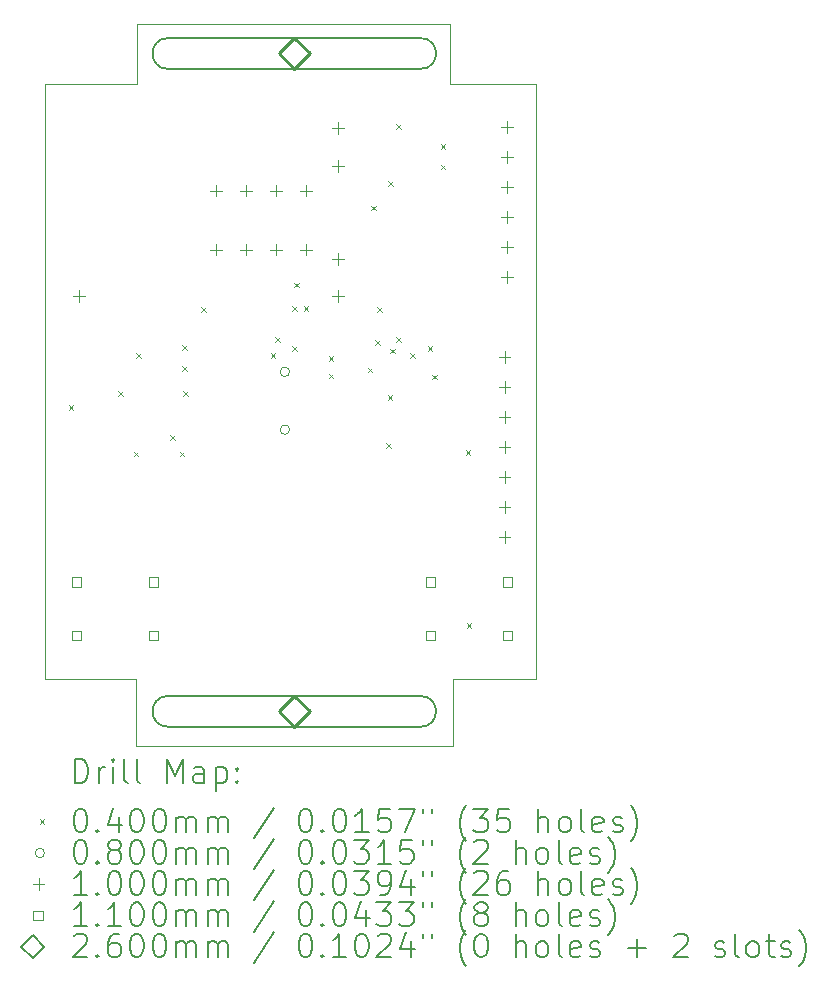
<source format=gbr>
%FSLAX45Y45*%
G04 Gerber Fmt 4.5, Leading zero omitted, Abs format (unit mm)*
G04 Created by KiCad (PCBNEW (6.0.6)) date 2022-10-28 21:49:40*
%MOMM*%
%LPD*%
G01*
G04 APERTURE LIST*
%TA.AperFunction,Profile*%
%ADD10C,0.100000*%
%TD*%
%ADD11C,0.200000*%
%ADD12C,0.040000*%
%ADD13C,0.080000*%
%ADD14C,0.100000*%
%ADD15C,0.110000*%
%ADD16C,0.260000*%
G04 APERTURE END LIST*
D10*
X22610000Y-2730000D02*
X22610000Y-7770000D01*
X21880000Y-2730000D02*
X22610000Y-2730000D01*
X21880000Y-2220000D02*
X21880000Y-2730000D01*
X19230000Y-2220000D02*
X21880000Y-2220000D01*
X19230000Y-2730000D02*
X19230000Y-2220000D01*
X18450000Y-2730000D02*
X19230000Y-2730000D01*
X18450000Y-7770000D02*
X18450000Y-2730000D01*
X19220000Y-7770000D02*
X18450000Y-7770000D01*
X19220000Y-8330000D02*
X19220000Y-7770000D01*
X21900000Y-8330000D02*
X19220000Y-8330000D01*
X21900000Y-7770000D02*
X21900000Y-8330000D01*
X22610000Y-7770000D02*
X21900000Y-7770000D01*
D11*
D12*
X18650000Y-5450000D02*
X18690000Y-5490000D01*
X18690000Y-5450000D02*
X18650000Y-5490000D01*
X19070000Y-5330000D02*
X19110000Y-5370000D01*
X19110000Y-5330000D02*
X19070000Y-5370000D01*
X19200000Y-5840000D02*
X19240000Y-5880000D01*
X19240000Y-5840000D02*
X19200000Y-5880000D01*
X19220000Y-5010000D02*
X19260000Y-5050000D01*
X19260000Y-5010000D02*
X19220000Y-5050000D01*
X19510000Y-5700000D02*
X19550000Y-5740000D01*
X19550000Y-5700000D02*
X19510000Y-5740000D01*
X19590000Y-5840000D02*
X19630000Y-5880000D01*
X19630000Y-5840000D02*
X19590000Y-5880000D01*
X19610000Y-4940000D02*
X19650000Y-4980000D01*
X19650000Y-4940000D02*
X19610000Y-4980000D01*
X19610000Y-5120000D02*
X19650000Y-5160000D01*
X19650000Y-5120000D02*
X19610000Y-5160000D01*
X19620000Y-5330000D02*
X19660000Y-5370000D01*
X19660000Y-5330000D02*
X19620000Y-5370000D01*
X19770000Y-4620000D02*
X19810000Y-4660000D01*
X19810000Y-4620000D02*
X19770000Y-4660000D01*
X20360000Y-5010000D02*
X20400000Y-5050000D01*
X20400000Y-5010000D02*
X20360000Y-5050000D01*
X20400000Y-4870000D02*
X20440000Y-4910000D01*
X20440000Y-4870000D02*
X20400000Y-4910000D01*
X20540000Y-4610000D02*
X20580000Y-4650000D01*
X20580000Y-4610000D02*
X20540000Y-4650000D01*
X20540000Y-4950000D02*
X20580000Y-4990000D01*
X20580000Y-4950000D02*
X20540000Y-4990000D01*
X20560000Y-4410000D02*
X20600000Y-4450000D01*
X20600000Y-4410000D02*
X20560000Y-4450000D01*
X20640000Y-4610000D02*
X20680000Y-4650000D01*
X20680000Y-4610000D02*
X20640000Y-4650000D01*
X20850000Y-5030000D02*
X20890000Y-5070000D01*
X20890000Y-5030000D02*
X20850000Y-5070000D01*
X20850000Y-5180000D02*
X20890000Y-5220000D01*
X20890000Y-5180000D02*
X20850000Y-5220000D01*
X21180000Y-5130000D02*
X21220000Y-5170000D01*
X21220000Y-5130000D02*
X21180000Y-5170000D01*
X21211096Y-3758904D02*
X21251096Y-3798904D01*
X21251096Y-3758904D02*
X21211096Y-3798904D01*
X21242721Y-4899247D02*
X21282721Y-4939247D01*
X21282721Y-4899247D02*
X21242721Y-4939247D01*
X21260000Y-4615190D02*
X21300000Y-4655190D01*
X21300000Y-4615190D02*
X21260000Y-4655190D01*
X21340000Y-5770000D02*
X21380000Y-5810000D01*
X21380000Y-5770000D02*
X21340000Y-5810000D01*
X21350000Y-5360430D02*
X21390000Y-5400430D01*
X21390000Y-5360430D02*
X21350000Y-5400430D01*
X21354810Y-3550000D02*
X21394810Y-3590000D01*
X21394810Y-3550000D02*
X21354810Y-3590000D01*
X21370000Y-4970000D02*
X21410000Y-5010000D01*
X21410000Y-4970000D02*
X21370000Y-5010000D01*
X21420000Y-3070000D02*
X21460000Y-3110000D01*
X21460000Y-3070000D02*
X21420000Y-3110000D01*
X21420000Y-4870000D02*
X21460000Y-4910000D01*
X21460000Y-4870000D02*
X21420000Y-4910000D01*
X21540000Y-5010000D02*
X21580000Y-5050000D01*
X21580000Y-5010000D02*
X21540000Y-5050000D01*
X21690000Y-4950000D02*
X21730000Y-4990000D01*
X21730000Y-4950000D02*
X21690000Y-4990000D01*
X21730000Y-5190000D02*
X21770000Y-5230000D01*
X21770000Y-5190000D02*
X21730000Y-5230000D01*
X21800000Y-3240000D02*
X21840000Y-3280000D01*
X21840000Y-3240000D02*
X21800000Y-3280000D01*
X21800000Y-3410000D02*
X21840000Y-3450000D01*
X21840000Y-3410000D02*
X21800000Y-3450000D01*
X22010000Y-5830000D02*
X22050000Y-5870000D01*
X22050000Y-5830000D02*
X22010000Y-5870000D01*
X22020000Y-7290000D02*
X22060000Y-7330000D01*
X22060000Y-7290000D02*
X22020000Y-7330000D01*
D13*
X20520000Y-5165000D02*
G75*
G03*
X20520000Y-5165000I-40000J0D01*
G01*
X20520000Y-5655000D02*
G75*
G03*
X20520000Y-5655000I-40000J0D01*
G01*
D14*
X18740000Y-4470000D02*
X18740000Y-4570000D01*
X18690000Y-4520000D02*
X18790000Y-4520000D01*
X19900000Y-3580000D02*
X19900000Y-3680000D01*
X19850000Y-3630000D02*
X19950000Y-3630000D01*
X19900000Y-4080000D02*
X19900000Y-4180000D01*
X19850000Y-4130000D02*
X19950000Y-4130000D01*
X20154000Y-3580000D02*
X20154000Y-3680000D01*
X20104000Y-3630000D02*
X20204000Y-3630000D01*
X20154000Y-4080000D02*
X20154000Y-4180000D01*
X20104000Y-4130000D02*
X20204000Y-4130000D01*
X20408000Y-3580000D02*
X20408000Y-3680000D01*
X20358000Y-3630000D02*
X20458000Y-3630000D01*
X20408000Y-4080000D02*
X20408000Y-4180000D01*
X20358000Y-4130000D02*
X20458000Y-4130000D01*
X20662000Y-3580000D02*
X20662000Y-3680000D01*
X20612000Y-3630000D02*
X20712000Y-3630000D01*
X20662000Y-4080000D02*
X20662000Y-4180000D01*
X20612000Y-4130000D02*
X20712000Y-4130000D01*
X20930000Y-3050000D02*
X20930000Y-3150000D01*
X20880000Y-3100000D02*
X20980000Y-3100000D01*
X20930000Y-3370000D02*
X20930000Y-3470000D01*
X20880000Y-3420000D02*
X20980000Y-3420000D01*
X20930000Y-4160000D02*
X20930000Y-4260000D01*
X20880000Y-4210000D02*
X20980000Y-4210000D01*
X20930000Y-4470000D02*
X20930000Y-4570000D01*
X20880000Y-4520000D02*
X20980000Y-4520000D01*
X22340000Y-4990000D02*
X22340000Y-5090000D01*
X22290000Y-5040000D02*
X22390000Y-5040000D01*
X22340000Y-5244000D02*
X22340000Y-5344000D01*
X22290000Y-5294000D02*
X22390000Y-5294000D01*
X22340000Y-5498000D02*
X22340000Y-5598000D01*
X22290000Y-5548000D02*
X22390000Y-5548000D01*
X22340000Y-5752000D02*
X22340000Y-5852000D01*
X22290000Y-5802000D02*
X22390000Y-5802000D01*
X22340000Y-6006000D02*
X22340000Y-6106000D01*
X22290000Y-6056000D02*
X22390000Y-6056000D01*
X22340000Y-6260000D02*
X22340000Y-6360000D01*
X22290000Y-6310000D02*
X22390000Y-6310000D01*
X22340000Y-6514000D02*
X22340000Y-6614000D01*
X22290000Y-6564000D02*
X22390000Y-6564000D01*
X22360000Y-3045000D02*
X22360000Y-3145000D01*
X22310000Y-3095000D02*
X22410000Y-3095000D01*
X22360000Y-3299000D02*
X22360000Y-3399000D01*
X22310000Y-3349000D02*
X22410000Y-3349000D01*
X22360000Y-3553000D02*
X22360000Y-3653000D01*
X22310000Y-3603000D02*
X22410000Y-3603000D01*
X22360000Y-3807000D02*
X22360000Y-3907000D01*
X22310000Y-3857000D02*
X22410000Y-3857000D01*
X22360000Y-4061000D02*
X22360000Y-4161000D01*
X22310000Y-4111000D02*
X22410000Y-4111000D01*
X22360000Y-4315000D02*
X22360000Y-4415000D01*
X22310000Y-4365000D02*
X22410000Y-4365000D01*
D15*
X18753891Y-6983891D02*
X18753891Y-6906109D01*
X18676109Y-6906109D01*
X18676109Y-6983891D01*
X18753891Y-6983891D01*
X18753891Y-7433891D02*
X18753891Y-7356109D01*
X18676109Y-7356109D01*
X18676109Y-7433891D01*
X18753891Y-7433891D01*
X19403891Y-6983891D02*
X19403891Y-6906109D01*
X19326109Y-6906109D01*
X19326109Y-6983891D01*
X19403891Y-6983891D01*
X19403891Y-7433891D02*
X19403891Y-7356109D01*
X19326109Y-7356109D01*
X19326109Y-7433891D01*
X19403891Y-7433891D01*
X21753891Y-6983891D02*
X21753891Y-6906109D01*
X21676109Y-6906109D01*
X21676109Y-6983891D01*
X21753891Y-6983891D01*
X21753891Y-7433891D02*
X21753891Y-7356109D01*
X21676109Y-7356109D01*
X21676109Y-7433891D01*
X21753891Y-7433891D01*
X22403891Y-6983891D02*
X22403891Y-6906109D01*
X22326109Y-6906109D01*
X22326109Y-6983891D01*
X22403891Y-6983891D01*
X22403891Y-7433891D02*
X22403891Y-7356109D01*
X22326109Y-7356109D01*
X22326109Y-7433891D01*
X22403891Y-7433891D01*
D16*
X20560000Y-2600000D02*
X20690000Y-2470000D01*
X20560000Y-2340000D01*
X20430000Y-2470000D01*
X20560000Y-2600000D01*
D11*
X19490000Y-2600000D02*
X21630000Y-2600000D01*
X19490000Y-2340000D02*
X21630000Y-2340000D01*
X21630000Y-2600000D02*
G75*
G03*
X21630000Y-2340000I0J130000D01*
G01*
X19490000Y-2340000D02*
G75*
G03*
X19490000Y-2600000I0J-130000D01*
G01*
D16*
X20560000Y-8170000D02*
X20690000Y-8040000D01*
X20560000Y-7910000D01*
X20430000Y-8040000D01*
X20560000Y-8170000D01*
D11*
X19490000Y-8170000D02*
X21630000Y-8170000D01*
X19490000Y-7910000D02*
X21630000Y-7910000D01*
X21630000Y-8170000D02*
G75*
G03*
X21630000Y-7910000I0J130000D01*
G01*
X19490000Y-7910000D02*
G75*
G03*
X19490000Y-8170000I0J-130000D01*
G01*
X18702619Y-8645476D02*
X18702619Y-8445476D01*
X18750238Y-8445476D01*
X18778810Y-8455000D01*
X18797857Y-8474048D01*
X18807381Y-8493095D01*
X18816905Y-8531190D01*
X18816905Y-8559762D01*
X18807381Y-8597857D01*
X18797857Y-8616905D01*
X18778810Y-8635952D01*
X18750238Y-8645476D01*
X18702619Y-8645476D01*
X18902619Y-8645476D02*
X18902619Y-8512143D01*
X18902619Y-8550238D02*
X18912143Y-8531190D01*
X18921667Y-8521667D01*
X18940714Y-8512143D01*
X18959762Y-8512143D01*
X19026429Y-8645476D02*
X19026429Y-8512143D01*
X19026429Y-8445476D02*
X19016905Y-8455000D01*
X19026429Y-8464524D01*
X19035952Y-8455000D01*
X19026429Y-8445476D01*
X19026429Y-8464524D01*
X19150238Y-8645476D02*
X19131190Y-8635952D01*
X19121667Y-8616905D01*
X19121667Y-8445476D01*
X19255000Y-8645476D02*
X19235952Y-8635952D01*
X19226429Y-8616905D01*
X19226429Y-8445476D01*
X19483571Y-8645476D02*
X19483571Y-8445476D01*
X19550238Y-8588333D01*
X19616905Y-8445476D01*
X19616905Y-8645476D01*
X19797857Y-8645476D02*
X19797857Y-8540714D01*
X19788333Y-8521667D01*
X19769286Y-8512143D01*
X19731190Y-8512143D01*
X19712143Y-8521667D01*
X19797857Y-8635952D02*
X19778810Y-8645476D01*
X19731190Y-8645476D01*
X19712143Y-8635952D01*
X19702619Y-8616905D01*
X19702619Y-8597857D01*
X19712143Y-8578810D01*
X19731190Y-8569286D01*
X19778810Y-8569286D01*
X19797857Y-8559762D01*
X19893095Y-8512143D02*
X19893095Y-8712143D01*
X19893095Y-8521667D02*
X19912143Y-8512143D01*
X19950238Y-8512143D01*
X19969286Y-8521667D01*
X19978810Y-8531190D01*
X19988333Y-8550238D01*
X19988333Y-8607381D01*
X19978810Y-8626429D01*
X19969286Y-8635952D01*
X19950238Y-8645476D01*
X19912143Y-8645476D01*
X19893095Y-8635952D01*
X20074048Y-8626429D02*
X20083571Y-8635952D01*
X20074048Y-8645476D01*
X20064524Y-8635952D01*
X20074048Y-8626429D01*
X20074048Y-8645476D01*
X20074048Y-8521667D02*
X20083571Y-8531190D01*
X20074048Y-8540714D01*
X20064524Y-8531190D01*
X20074048Y-8521667D01*
X20074048Y-8540714D01*
D12*
X18405000Y-8955000D02*
X18445000Y-8995000D01*
X18445000Y-8955000D02*
X18405000Y-8995000D01*
D11*
X18740714Y-8865476D02*
X18759762Y-8865476D01*
X18778810Y-8875000D01*
X18788333Y-8884524D01*
X18797857Y-8903571D01*
X18807381Y-8941667D01*
X18807381Y-8989286D01*
X18797857Y-9027381D01*
X18788333Y-9046429D01*
X18778810Y-9055952D01*
X18759762Y-9065476D01*
X18740714Y-9065476D01*
X18721667Y-9055952D01*
X18712143Y-9046429D01*
X18702619Y-9027381D01*
X18693095Y-8989286D01*
X18693095Y-8941667D01*
X18702619Y-8903571D01*
X18712143Y-8884524D01*
X18721667Y-8875000D01*
X18740714Y-8865476D01*
X18893095Y-9046429D02*
X18902619Y-9055952D01*
X18893095Y-9065476D01*
X18883571Y-9055952D01*
X18893095Y-9046429D01*
X18893095Y-9065476D01*
X19074048Y-8932143D02*
X19074048Y-9065476D01*
X19026429Y-8855952D02*
X18978810Y-8998810D01*
X19102619Y-8998810D01*
X19216905Y-8865476D02*
X19235952Y-8865476D01*
X19255000Y-8875000D01*
X19264524Y-8884524D01*
X19274048Y-8903571D01*
X19283571Y-8941667D01*
X19283571Y-8989286D01*
X19274048Y-9027381D01*
X19264524Y-9046429D01*
X19255000Y-9055952D01*
X19235952Y-9065476D01*
X19216905Y-9065476D01*
X19197857Y-9055952D01*
X19188333Y-9046429D01*
X19178810Y-9027381D01*
X19169286Y-8989286D01*
X19169286Y-8941667D01*
X19178810Y-8903571D01*
X19188333Y-8884524D01*
X19197857Y-8875000D01*
X19216905Y-8865476D01*
X19407381Y-8865476D02*
X19426429Y-8865476D01*
X19445476Y-8875000D01*
X19455000Y-8884524D01*
X19464524Y-8903571D01*
X19474048Y-8941667D01*
X19474048Y-8989286D01*
X19464524Y-9027381D01*
X19455000Y-9046429D01*
X19445476Y-9055952D01*
X19426429Y-9065476D01*
X19407381Y-9065476D01*
X19388333Y-9055952D01*
X19378810Y-9046429D01*
X19369286Y-9027381D01*
X19359762Y-8989286D01*
X19359762Y-8941667D01*
X19369286Y-8903571D01*
X19378810Y-8884524D01*
X19388333Y-8875000D01*
X19407381Y-8865476D01*
X19559762Y-9065476D02*
X19559762Y-8932143D01*
X19559762Y-8951190D02*
X19569286Y-8941667D01*
X19588333Y-8932143D01*
X19616905Y-8932143D01*
X19635952Y-8941667D01*
X19645476Y-8960714D01*
X19645476Y-9065476D01*
X19645476Y-8960714D02*
X19655000Y-8941667D01*
X19674048Y-8932143D01*
X19702619Y-8932143D01*
X19721667Y-8941667D01*
X19731190Y-8960714D01*
X19731190Y-9065476D01*
X19826429Y-9065476D02*
X19826429Y-8932143D01*
X19826429Y-8951190D02*
X19835952Y-8941667D01*
X19855000Y-8932143D01*
X19883571Y-8932143D01*
X19902619Y-8941667D01*
X19912143Y-8960714D01*
X19912143Y-9065476D01*
X19912143Y-8960714D02*
X19921667Y-8941667D01*
X19940714Y-8932143D01*
X19969286Y-8932143D01*
X19988333Y-8941667D01*
X19997857Y-8960714D01*
X19997857Y-9065476D01*
X20388333Y-8855952D02*
X20216905Y-9113095D01*
X20645476Y-8865476D02*
X20664524Y-8865476D01*
X20683571Y-8875000D01*
X20693095Y-8884524D01*
X20702619Y-8903571D01*
X20712143Y-8941667D01*
X20712143Y-8989286D01*
X20702619Y-9027381D01*
X20693095Y-9046429D01*
X20683571Y-9055952D01*
X20664524Y-9065476D01*
X20645476Y-9065476D01*
X20626429Y-9055952D01*
X20616905Y-9046429D01*
X20607381Y-9027381D01*
X20597857Y-8989286D01*
X20597857Y-8941667D01*
X20607381Y-8903571D01*
X20616905Y-8884524D01*
X20626429Y-8875000D01*
X20645476Y-8865476D01*
X20797857Y-9046429D02*
X20807381Y-9055952D01*
X20797857Y-9065476D01*
X20788333Y-9055952D01*
X20797857Y-9046429D01*
X20797857Y-9065476D01*
X20931190Y-8865476D02*
X20950238Y-8865476D01*
X20969286Y-8875000D01*
X20978810Y-8884524D01*
X20988333Y-8903571D01*
X20997857Y-8941667D01*
X20997857Y-8989286D01*
X20988333Y-9027381D01*
X20978810Y-9046429D01*
X20969286Y-9055952D01*
X20950238Y-9065476D01*
X20931190Y-9065476D01*
X20912143Y-9055952D01*
X20902619Y-9046429D01*
X20893095Y-9027381D01*
X20883571Y-8989286D01*
X20883571Y-8941667D01*
X20893095Y-8903571D01*
X20902619Y-8884524D01*
X20912143Y-8875000D01*
X20931190Y-8865476D01*
X21188333Y-9065476D02*
X21074048Y-9065476D01*
X21131190Y-9065476D02*
X21131190Y-8865476D01*
X21112143Y-8894048D01*
X21093095Y-8913095D01*
X21074048Y-8922619D01*
X21369286Y-8865476D02*
X21274048Y-8865476D01*
X21264524Y-8960714D01*
X21274048Y-8951190D01*
X21293095Y-8941667D01*
X21340714Y-8941667D01*
X21359762Y-8951190D01*
X21369286Y-8960714D01*
X21378810Y-8979762D01*
X21378810Y-9027381D01*
X21369286Y-9046429D01*
X21359762Y-9055952D01*
X21340714Y-9065476D01*
X21293095Y-9065476D01*
X21274048Y-9055952D01*
X21264524Y-9046429D01*
X21445476Y-8865476D02*
X21578810Y-8865476D01*
X21493095Y-9065476D01*
X21645476Y-8865476D02*
X21645476Y-8903571D01*
X21721667Y-8865476D02*
X21721667Y-8903571D01*
X22016905Y-9141667D02*
X22007381Y-9132143D01*
X21988333Y-9103571D01*
X21978810Y-9084524D01*
X21969286Y-9055952D01*
X21959762Y-9008333D01*
X21959762Y-8970238D01*
X21969286Y-8922619D01*
X21978810Y-8894048D01*
X21988333Y-8875000D01*
X22007381Y-8846429D01*
X22016905Y-8836905D01*
X22074048Y-8865476D02*
X22197857Y-8865476D01*
X22131190Y-8941667D01*
X22159762Y-8941667D01*
X22178810Y-8951190D01*
X22188333Y-8960714D01*
X22197857Y-8979762D01*
X22197857Y-9027381D01*
X22188333Y-9046429D01*
X22178810Y-9055952D01*
X22159762Y-9065476D01*
X22102619Y-9065476D01*
X22083571Y-9055952D01*
X22074048Y-9046429D01*
X22378809Y-8865476D02*
X22283571Y-8865476D01*
X22274048Y-8960714D01*
X22283571Y-8951190D01*
X22302619Y-8941667D01*
X22350238Y-8941667D01*
X22369286Y-8951190D01*
X22378809Y-8960714D01*
X22388333Y-8979762D01*
X22388333Y-9027381D01*
X22378809Y-9046429D01*
X22369286Y-9055952D01*
X22350238Y-9065476D01*
X22302619Y-9065476D01*
X22283571Y-9055952D01*
X22274048Y-9046429D01*
X22626428Y-9065476D02*
X22626428Y-8865476D01*
X22712143Y-9065476D02*
X22712143Y-8960714D01*
X22702619Y-8941667D01*
X22683571Y-8932143D01*
X22655000Y-8932143D01*
X22635952Y-8941667D01*
X22626428Y-8951190D01*
X22835952Y-9065476D02*
X22816905Y-9055952D01*
X22807381Y-9046429D01*
X22797857Y-9027381D01*
X22797857Y-8970238D01*
X22807381Y-8951190D01*
X22816905Y-8941667D01*
X22835952Y-8932143D01*
X22864524Y-8932143D01*
X22883571Y-8941667D01*
X22893095Y-8951190D01*
X22902619Y-8970238D01*
X22902619Y-9027381D01*
X22893095Y-9046429D01*
X22883571Y-9055952D01*
X22864524Y-9065476D01*
X22835952Y-9065476D01*
X23016905Y-9065476D02*
X22997857Y-9055952D01*
X22988333Y-9036905D01*
X22988333Y-8865476D01*
X23169286Y-9055952D02*
X23150238Y-9065476D01*
X23112143Y-9065476D01*
X23093095Y-9055952D01*
X23083571Y-9036905D01*
X23083571Y-8960714D01*
X23093095Y-8941667D01*
X23112143Y-8932143D01*
X23150238Y-8932143D01*
X23169286Y-8941667D01*
X23178809Y-8960714D01*
X23178809Y-8979762D01*
X23083571Y-8998810D01*
X23255000Y-9055952D02*
X23274048Y-9065476D01*
X23312143Y-9065476D01*
X23331190Y-9055952D01*
X23340714Y-9036905D01*
X23340714Y-9027381D01*
X23331190Y-9008333D01*
X23312143Y-8998810D01*
X23283571Y-8998810D01*
X23264524Y-8989286D01*
X23255000Y-8970238D01*
X23255000Y-8960714D01*
X23264524Y-8941667D01*
X23283571Y-8932143D01*
X23312143Y-8932143D01*
X23331190Y-8941667D01*
X23407381Y-9141667D02*
X23416905Y-9132143D01*
X23435952Y-9103571D01*
X23445476Y-9084524D01*
X23455000Y-9055952D01*
X23464524Y-9008333D01*
X23464524Y-8970238D01*
X23455000Y-8922619D01*
X23445476Y-8894048D01*
X23435952Y-8875000D01*
X23416905Y-8846429D01*
X23407381Y-8836905D01*
D13*
X18445000Y-9239000D02*
G75*
G03*
X18445000Y-9239000I-40000J0D01*
G01*
D11*
X18740714Y-9129476D02*
X18759762Y-9129476D01*
X18778810Y-9139000D01*
X18788333Y-9148524D01*
X18797857Y-9167571D01*
X18807381Y-9205667D01*
X18807381Y-9253286D01*
X18797857Y-9291381D01*
X18788333Y-9310429D01*
X18778810Y-9319952D01*
X18759762Y-9329476D01*
X18740714Y-9329476D01*
X18721667Y-9319952D01*
X18712143Y-9310429D01*
X18702619Y-9291381D01*
X18693095Y-9253286D01*
X18693095Y-9205667D01*
X18702619Y-9167571D01*
X18712143Y-9148524D01*
X18721667Y-9139000D01*
X18740714Y-9129476D01*
X18893095Y-9310429D02*
X18902619Y-9319952D01*
X18893095Y-9329476D01*
X18883571Y-9319952D01*
X18893095Y-9310429D01*
X18893095Y-9329476D01*
X19016905Y-9215190D02*
X18997857Y-9205667D01*
X18988333Y-9196143D01*
X18978810Y-9177095D01*
X18978810Y-9167571D01*
X18988333Y-9148524D01*
X18997857Y-9139000D01*
X19016905Y-9129476D01*
X19055000Y-9129476D01*
X19074048Y-9139000D01*
X19083571Y-9148524D01*
X19093095Y-9167571D01*
X19093095Y-9177095D01*
X19083571Y-9196143D01*
X19074048Y-9205667D01*
X19055000Y-9215190D01*
X19016905Y-9215190D01*
X18997857Y-9224714D01*
X18988333Y-9234238D01*
X18978810Y-9253286D01*
X18978810Y-9291381D01*
X18988333Y-9310429D01*
X18997857Y-9319952D01*
X19016905Y-9329476D01*
X19055000Y-9329476D01*
X19074048Y-9319952D01*
X19083571Y-9310429D01*
X19093095Y-9291381D01*
X19093095Y-9253286D01*
X19083571Y-9234238D01*
X19074048Y-9224714D01*
X19055000Y-9215190D01*
X19216905Y-9129476D02*
X19235952Y-9129476D01*
X19255000Y-9139000D01*
X19264524Y-9148524D01*
X19274048Y-9167571D01*
X19283571Y-9205667D01*
X19283571Y-9253286D01*
X19274048Y-9291381D01*
X19264524Y-9310429D01*
X19255000Y-9319952D01*
X19235952Y-9329476D01*
X19216905Y-9329476D01*
X19197857Y-9319952D01*
X19188333Y-9310429D01*
X19178810Y-9291381D01*
X19169286Y-9253286D01*
X19169286Y-9205667D01*
X19178810Y-9167571D01*
X19188333Y-9148524D01*
X19197857Y-9139000D01*
X19216905Y-9129476D01*
X19407381Y-9129476D02*
X19426429Y-9129476D01*
X19445476Y-9139000D01*
X19455000Y-9148524D01*
X19464524Y-9167571D01*
X19474048Y-9205667D01*
X19474048Y-9253286D01*
X19464524Y-9291381D01*
X19455000Y-9310429D01*
X19445476Y-9319952D01*
X19426429Y-9329476D01*
X19407381Y-9329476D01*
X19388333Y-9319952D01*
X19378810Y-9310429D01*
X19369286Y-9291381D01*
X19359762Y-9253286D01*
X19359762Y-9205667D01*
X19369286Y-9167571D01*
X19378810Y-9148524D01*
X19388333Y-9139000D01*
X19407381Y-9129476D01*
X19559762Y-9329476D02*
X19559762Y-9196143D01*
X19559762Y-9215190D02*
X19569286Y-9205667D01*
X19588333Y-9196143D01*
X19616905Y-9196143D01*
X19635952Y-9205667D01*
X19645476Y-9224714D01*
X19645476Y-9329476D01*
X19645476Y-9224714D02*
X19655000Y-9205667D01*
X19674048Y-9196143D01*
X19702619Y-9196143D01*
X19721667Y-9205667D01*
X19731190Y-9224714D01*
X19731190Y-9329476D01*
X19826429Y-9329476D02*
X19826429Y-9196143D01*
X19826429Y-9215190D02*
X19835952Y-9205667D01*
X19855000Y-9196143D01*
X19883571Y-9196143D01*
X19902619Y-9205667D01*
X19912143Y-9224714D01*
X19912143Y-9329476D01*
X19912143Y-9224714D02*
X19921667Y-9205667D01*
X19940714Y-9196143D01*
X19969286Y-9196143D01*
X19988333Y-9205667D01*
X19997857Y-9224714D01*
X19997857Y-9329476D01*
X20388333Y-9119952D02*
X20216905Y-9377095D01*
X20645476Y-9129476D02*
X20664524Y-9129476D01*
X20683571Y-9139000D01*
X20693095Y-9148524D01*
X20702619Y-9167571D01*
X20712143Y-9205667D01*
X20712143Y-9253286D01*
X20702619Y-9291381D01*
X20693095Y-9310429D01*
X20683571Y-9319952D01*
X20664524Y-9329476D01*
X20645476Y-9329476D01*
X20626429Y-9319952D01*
X20616905Y-9310429D01*
X20607381Y-9291381D01*
X20597857Y-9253286D01*
X20597857Y-9205667D01*
X20607381Y-9167571D01*
X20616905Y-9148524D01*
X20626429Y-9139000D01*
X20645476Y-9129476D01*
X20797857Y-9310429D02*
X20807381Y-9319952D01*
X20797857Y-9329476D01*
X20788333Y-9319952D01*
X20797857Y-9310429D01*
X20797857Y-9329476D01*
X20931190Y-9129476D02*
X20950238Y-9129476D01*
X20969286Y-9139000D01*
X20978810Y-9148524D01*
X20988333Y-9167571D01*
X20997857Y-9205667D01*
X20997857Y-9253286D01*
X20988333Y-9291381D01*
X20978810Y-9310429D01*
X20969286Y-9319952D01*
X20950238Y-9329476D01*
X20931190Y-9329476D01*
X20912143Y-9319952D01*
X20902619Y-9310429D01*
X20893095Y-9291381D01*
X20883571Y-9253286D01*
X20883571Y-9205667D01*
X20893095Y-9167571D01*
X20902619Y-9148524D01*
X20912143Y-9139000D01*
X20931190Y-9129476D01*
X21064524Y-9129476D02*
X21188333Y-9129476D01*
X21121667Y-9205667D01*
X21150238Y-9205667D01*
X21169286Y-9215190D01*
X21178810Y-9224714D01*
X21188333Y-9243762D01*
X21188333Y-9291381D01*
X21178810Y-9310429D01*
X21169286Y-9319952D01*
X21150238Y-9329476D01*
X21093095Y-9329476D01*
X21074048Y-9319952D01*
X21064524Y-9310429D01*
X21378810Y-9329476D02*
X21264524Y-9329476D01*
X21321667Y-9329476D02*
X21321667Y-9129476D01*
X21302619Y-9158048D01*
X21283571Y-9177095D01*
X21264524Y-9186619D01*
X21559762Y-9129476D02*
X21464524Y-9129476D01*
X21455000Y-9224714D01*
X21464524Y-9215190D01*
X21483571Y-9205667D01*
X21531190Y-9205667D01*
X21550238Y-9215190D01*
X21559762Y-9224714D01*
X21569286Y-9243762D01*
X21569286Y-9291381D01*
X21559762Y-9310429D01*
X21550238Y-9319952D01*
X21531190Y-9329476D01*
X21483571Y-9329476D01*
X21464524Y-9319952D01*
X21455000Y-9310429D01*
X21645476Y-9129476D02*
X21645476Y-9167571D01*
X21721667Y-9129476D02*
X21721667Y-9167571D01*
X22016905Y-9405667D02*
X22007381Y-9396143D01*
X21988333Y-9367571D01*
X21978810Y-9348524D01*
X21969286Y-9319952D01*
X21959762Y-9272333D01*
X21959762Y-9234238D01*
X21969286Y-9186619D01*
X21978810Y-9158048D01*
X21988333Y-9139000D01*
X22007381Y-9110429D01*
X22016905Y-9100905D01*
X22083571Y-9148524D02*
X22093095Y-9139000D01*
X22112143Y-9129476D01*
X22159762Y-9129476D01*
X22178810Y-9139000D01*
X22188333Y-9148524D01*
X22197857Y-9167571D01*
X22197857Y-9186619D01*
X22188333Y-9215190D01*
X22074048Y-9329476D01*
X22197857Y-9329476D01*
X22435952Y-9329476D02*
X22435952Y-9129476D01*
X22521667Y-9329476D02*
X22521667Y-9224714D01*
X22512143Y-9205667D01*
X22493095Y-9196143D01*
X22464524Y-9196143D01*
X22445476Y-9205667D01*
X22435952Y-9215190D01*
X22645476Y-9329476D02*
X22626428Y-9319952D01*
X22616905Y-9310429D01*
X22607381Y-9291381D01*
X22607381Y-9234238D01*
X22616905Y-9215190D01*
X22626428Y-9205667D01*
X22645476Y-9196143D01*
X22674048Y-9196143D01*
X22693095Y-9205667D01*
X22702619Y-9215190D01*
X22712143Y-9234238D01*
X22712143Y-9291381D01*
X22702619Y-9310429D01*
X22693095Y-9319952D01*
X22674048Y-9329476D01*
X22645476Y-9329476D01*
X22826428Y-9329476D02*
X22807381Y-9319952D01*
X22797857Y-9300905D01*
X22797857Y-9129476D01*
X22978809Y-9319952D02*
X22959762Y-9329476D01*
X22921667Y-9329476D01*
X22902619Y-9319952D01*
X22893095Y-9300905D01*
X22893095Y-9224714D01*
X22902619Y-9205667D01*
X22921667Y-9196143D01*
X22959762Y-9196143D01*
X22978809Y-9205667D01*
X22988333Y-9224714D01*
X22988333Y-9243762D01*
X22893095Y-9262810D01*
X23064524Y-9319952D02*
X23083571Y-9329476D01*
X23121667Y-9329476D01*
X23140714Y-9319952D01*
X23150238Y-9300905D01*
X23150238Y-9291381D01*
X23140714Y-9272333D01*
X23121667Y-9262810D01*
X23093095Y-9262810D01*
X23074048Y-9253286D01*
X23064524Y-9234238D01*
X23064524Y-9224714D01*
X23074048Y-9205667D01*
X23093095Y-9196143D01*
X23121667Y-9196143D01*
X23140714Y-9205667D01*
X23216905Y-9405667D02*
X23226428Y-9396143D01*
X23245476Y-9367571D01*
X23255000Y-9348524D01*
X23264524Y-9319952D01*
X23274048Y-9272333D01*
X23274048Y-9234238D01*
X23264524Y-9186619D01*
X23255000Y-9158048D01*
X23245476Y-9139000D01*
X23226428Y-9110429D01*
X23216905Y-9100905D01*
D14*
X18395000Y-9453000D02*
X18395000Y-9553000D01*
X18345000Y-9503000D02*
X18445000Y-9503000D01*
D11*
X18807381Y-9593476D02*
X18693095Y-9593476D01*
X18750238Y-9593476D02*
X18750238Y-9393476D01*
X18731190Y-9422048D01*
X18712143Y-9441095D01*
X18693095Y-9450619D01*
X18893095Y-9574429D02*
X18902619Y-9583952D01*
X18893095Y-9593476D01*
X18883571Y-9583952D01*
X18893095Y-9574429D01*
X18893095Y-9593476D01*
X19026429Y-9393476D02*
X19045476Y-9393476D01*
X19064524Y-9403000D01*
X19074048Y-9412524D01*
X19083571Y-9431571D01*
X19093095Y-9469667D01*
X19093095Y-9517286D01*
X19083571Y-9555381D01*
X19074048Y-9574429D01*
X19064524Y-9583952D01*
X19045476Y-9593476D01*
X19026429Y-9593476D01*
X19007381Y-9583952D01*
X18997857Y-9574429D01*
X18988333Y-9555381D01*
X18978810Y-9517286D01*
X18978810Y-9469667D01*
X18988333Y-9431571D01*
X18997857Y-9412524D01*
X19007381Y-9403000D01*
X19026429Y-9393476D01*
X19216905Y-9393476D02*
X19235952Y-9393476D01*
X19255000Y-9403000D01*
X19264524Y-9412524D01*
X19274048Y-9431571D01*
X19283571Y-9469667D01*
X19283571Y-9517286D01*
X19274048Y-9555381D01*
X19264524Y-9574429D01*
X19255000Y-9583952D01*
X19235952Y-9593476D01*
X19216905Y-9593476D01*
X19197857Y-9583952D01*
X19188333Y-9574429D01*
X19178810Y-9555381D01*
X19169286Y-9517286D01*
X19169286Y-9469667D01*
X19178810Y-9431571D01*
X19188333Y-9412524D01*
X19197857Y-9403000D01*
X19216905Y-9393476D01*
X19407381Y-9393476D02*
X19426429Y-9393476D01*
X19445476Y-9403000D01*
X19455000Y-9412524D01*
X19464524Y-9431571D01*
X19474048Y-9469667D01*
X19474048Y-9517286D01*
X19464524Y-9555381D01*
X19455000Y-9574429D01*
X19445476Y-9583952D01*
X19426429Y-9593476D01*
X19407381Y-9593476D01*
X19388333Y-9583952D01*
X19378810Y-9574429D01*
X19369286Y-9555381D01*
X19359762Y-9517286D01*
X19359762Y-9469667D01*
X19369286Y-9431571D01*
X19378810Y-9412524D01*
X19388333Y-9403000D01*
X19407381Y-9393476D01*
X19559762Y-9593476D02*
X19559762Y-9460143D01*
X19559762Y-9479190D02*
X19569286Y-9469667D01*
X19588333Y-9460143D01*
X19616905Y-9460143D01*
X19635952Y-9469667D01*
X19645476Y-9488714D01*
X19645476Y-9593476D01*
X19645476Y-9488714D02*
X19655000Y-9469667D01*
X19674048Y-9460143D01*
X19702619Y-9460143D01*
X19721667Y-9469667D01*
X19731190Y-9488714D01*
X19731190Y-9593476D01*
X19826429Y-9593476D02*
X19826429Y-9460143D01*
X19826429Y-9479190D02*
X19835952Y-9469667D01*
X19855000Y-9460143D01*
X19883571Y-9460143D01*
X19902619Y-9469667D01*
X19912143Y-9488714D01*
X19912143Y-9593476D01*
X19912143Y-9488714D02*
X19921667Y-9469667D01*
X19940714Y-9460143D01*
X19969286Y-9460143D01*
X19988333Y-9469667D01*
X19997857Y-9488714D01*
X19997857Y-9593476D01*
X20388333Y-9383952D02*
X20216905Y-9641095D01*
X20645476Y-9393476D02*
X20664524Y-9393476D01*
X20683571Y-9403000D01*
X20693095Y-9412524D01*
X20702619Y-9431571D01*
X20712143Y-9469667D01*
X20712143Y-9517286D01*
X20702619Y-9555381D01*
X20693095Y-9574429D01*
X20683571Y-9583952D01*
X20664524Y-9593476D01*
X20645476Y-9593476D01*
X20626429Y-9583952D01*
X20616905Y-9574429D01*
X20607381Y-9555381D01*
X20597857Y-9517286D01*
X20597857Y-9469667D01*
X20607381Y-9431571D01*
X20616905Y-9412524D01*
X20626429Y-9403000D01*
X20645476Y-9393476D01*
X20797857Y-9574429D02*
X20807381Y-9583952D01*
X20797857Y-9593476D01*
X20788333Y-9583952D01*
X20797857Y-9574429D01*
X20797857Y-9593476D01*
X20931190Y-9393476D02*
X20950238Y-9393476D01*
X20969286Y-9403000D01*
X20978810Y-9412524D01*
X20988333Y-9431571D01*
X20997857Y-9469667D01*
X20997857Y-9517286D01*
X20988333Y-9555381D01*
X20978810Y-9574429D01*
X20969286Y-9583952D01*
X20950238Y-9593476D01*
X20931190Y-9593476D01*
X20912143Y-9583952D01*
X20902619Y-9574429D01*
X20893095Y-9555381D01*
X20883571Y-9517286D01*
X20883571Y-9469667D01*
X20893095Y-9431571D01*
X20902619Y-9412524D01*
X20912143Y-9403000D01*
X20931190Y-9393476D01*
X21064524Y-9393476D02*
X21188333Y-9393476D01*
X21121667Y-9469667D01*
X21150238Y-9469667D01*
X21169286Y-9479190D01*
X21178810Y-9488714D01*
X21188333Y-9507762D01*
X21188333Y-9555381D01*
X21178810Y-9574429D01*
X21169286Y-9583952D01*
X21150238Y-9593476D01*
X21093095Y-9593476D01*
X21074048Y-9583952D01*
X21064524Y-9574429D01*
X21283571Y-9593476D02*
X21321667Y-9593476D01*
X21340714Y-9583952D01*
X21350238Y-9574429D01*
X21369286Y-9545857D01*
X21378810Y-9507762D01*
X21378810Y-9431571D01*
X21369286Y-9412524D01*
X21359762Y-9403000D01*
X21340714Y-9393476D01*
X21302619Y-9393476D01*
X21283571Y-9403000D01*
X21274048Y-9412524D01*
X21264524Y-9431571D01*
X21264524Y-9479190D01*
X21274048Y-9498238D01*
X21283571Y-9507762D01*
X21302619Y-9517286D01*
X21340714Y-9517286D01*
X21359762Y-9507762D01*
X21369286Y-9498238D01*
X21378810Y-9479190D01*
X21550238Y-9460143D02*
X21550238Y-9593476D01*
X21502619Y-9383952D02*
X21455000Y-9526810D01*
X21578810Y-9526810D01*
X21645476Y-9393476D02*
X21645476Y-9431571D01*
X21721667Y-9393476D02*
X21721667Y-9431571D01*
X22016905Y-9669667D02*
X22007381Y-9660143D01*
X21988333Y-9631571D01*
X21978810Y-9612524D01*
X21969286Y-9583952D01*
X21959762Y-9536333D01*
X21959762Y-9498238D01*
X21969286Y-9450619D01*
X21978810Y-9422048D01*
X21988333Y-9403000D01*
X22007381Y-9374429D01*
X22016905Y-9364905D01*
X22083571Y-9412524D02*
X22093095Y-9403000D01*
X22112143Y-9393476D01*
X22159762Y-9393476D01*
X22178810Y-9403000D01*
X22188333Y-9412524D01*
X22197857Y-9431571D01*
X22197857Y-9450619D01*
X22188333Y-9479190D01*
X22074048Y-9593476D01*
X22197857Y-9593476D01*
X22369286Y-9393476D02*
X22331190Y-9393476D01*
X22312143Y-9403000D01*
X22302619Y-9412524D01*
X22283571Y-9441095D01*
X22274048Y-9479190D01*
X22274048Y-9555381D01*
X22283571Y-9574429D01*
X22293095Y-9583952D01*
X22312143Y-9593476D01*
X22350238Y-9593476D01*
X22369286Y-9583952D01*
X22378809Y-9574429D01*
X22388333Y-9555381D01*
X22388333Y-9507762D01*
X22378809Y-9488714D01*
X22369286Y-9479190D01*
X22350238Y-9469667D01*
X22312143Y-9469667D01*
X22293095Y-9479190D01*
X22283571Y-9488714D01*
X22274048Y-9507762D01*
X22626428Y-9593476D02*
X22626428Y-9393476D01*
X22712143Y-9593476D02*
X22712143Y-9488714D01*
X22702619Y-9469667D01*
X22683571Y-9460143D01*
X22655000Y-9460143D01*
X22635952Y-9469667D01*
X22626428Y-9479190D01*
X22835952Y-9593476D02*
X22816905Y-9583952D01*
X22807381Y-9574429D01*
X22797857Y-9555381D01*
X22797857Y-9498238D01*
X22807381Y-9479190D01*
X22816905Y-9469667D01*
X22835952Y-9460143D01*
X22864524Y-9460143D01*
X22883571Y-9469667D01*
X22893095Y-9479190D01*
X22902619Y-9498238D01*
X22902619Y-9555381D01*
X22893095Y-9574429D01*
X22883571Y-9583952D01*
X22864524Y-9593476D01*
X22835952Y-9593476D01*
X23016905Y-9593476D02*
X22997857Y-9583952D01*
X22988333Y-9564905D01*
X22988333Y-9393476D01*
X23169286Y-9583952D02*
X23150238Y-9593476D01*
X23112143Y-9593476D01*
X23093095Y-9583952D01*
X23083571Y-9564905D01*
X23083571Y-9488714D01*
X23093095Y-9469667D01*
X23112143Y-9460143D01*
X23150238Y-9460143D01*
X23169286Y-9469667D01*
X23178809Y-9488714D01*
X23178809Y-9507762D01*
X23083571Y-9526810D01*
X23255000Y-9583952D02*
X23274048Y-9593476D01*
X23312143Y-9593476D01*
X23331190Y-9583952D01*
X23340714Y-9564905D01*
X23340714Y-9555381D01*
X23331190Y-9536333D01*
X23312143Y-9526810D01*
X23283571Y-9526810D01*
X23264524Y-9517286D01*
X23255000Y-9498238D01*
X23255000Y-9488714D01*
X23264524Y-9469667D01*
X23283571Y-9460143D01*
X23312143Y-9460143D01*
X23331190Y-9469667D01*
X23407381Y-9669667D02*
X23416905Y-9660143D01*
X23435952Y-9631571D01*
X23445476Y-9612524D01*
X23455000Y-9583952D01*
X23464524Y-9536333D01*
X23464524Y-9498238D01*
X23455000Y-9450619D01*
X23445476Y-9422048D01*
X23435952Y-9403000D01*
X23416905Y-9374429D01*
X23407381Y-9364905D01*
D15*
X18428891Y-9805891D02*
X18428891Y-9728109D01*
X18351109Y-9728109D01*
X18351109Y-9805891D01*
X18428891Y-9805891D01*
D11*
X18807381Y-9857476D02*
X18693095Y-9857476D01*
X18750238Y-9857476D02*
X18750238Y-9657476D01*
X18731190Y-9686048D01*
X18712143Y-9705095D01*
X18693095Y-9714619D01*
X18893095Y-9838429D02*
X18902619Y-9847952D01*
X18893095Y-9857476D01*
X18883571Y-9847952D01*
X18893095Y-9838429D01*
X18893095Y-9857476D01*
X19093095Y-9857476D02*
X18978810Y-9857476D01*
X19035952Y-9857476D02*
X19035952Y-9657476D01*
X19016905Y-9686048D01*
X18997857Y-9705095D01*
X18978810Y-9714619D01*
X19216905Y-9657476D02*
X19235952Y-9657476D01*
X19255000Y-9667000D01*
X19264524Y-9676524D01*
X19274048Y-9695571D01*
X19283571Y-9733667D01*
X19283571Y-9781286D01*
X19274048Y-9819381D01*
X19264524Y-9838429D01*
X19255000Y-9847952D01*
X19235952Y-9857476D01*
X19216905Y-9857476D01*
X19197857Y-9847952D01*
X19188333Y-9838429D01*
X19178810Y-9819381D01*
X19169286Y-9781286D01*
X19169286Y-9733667D01*
X19178810Y-9695571D01*
X19188333Y-9676524D01*
X19197857Y-9667000D01*
X19216905Y-9657476D01*
X19407381Y-9657476D02*
X19426429Y-9657476D01*
X19445476Y-9667000D01*
X19455000Y-9676524D01*
X19464524Y-9695571D01*
X19474048Y-9733667D01*
X19474048Y-9781286D01*
X19464524Y-9819381D01*
X19455000Y-9838429D01*
X19445476Y-9847952D01*
X19426429Y-9857476D01*
X19407381Y-9857476D01*
X19388333Y-9847952D01*
X19378810Y-9838429D01*
X19369286Y-9819381D01*
X19359762Y-9781286D01*
X19359762Y-9733667D01*
X19369286Y-9695571D01*
X19378810Y-9676524D01*
X19388333Y-9667000D01*
X19407381Y-9657476D01*
X19559762Y-9857476D02*
X19559762Y-9724143D01*
X19559762Y-9743190D02*
X19569286Y-9733667D01*
X19588333Y-9724143D01*
X19616905Y-9724143D01*
X19635952Y-9733667D01*
X19645476Y-9752714D01*
X19645476Y-9857476D01*
X19645476Y-9752714D02*
X19655000Y-9733667D01*
X19674048Y-9724143D01*
X19702619Y-9724143D01*
X19721667Y-9733667D01*
X19731190Y-9752714D01*
X19731190Y-9857476D01*
X19826429Y-9857476D02*
X19826429Y-9724143D01*
X19826429Y-9743190D02*
X19835952Y-9733667D01*
X19855000Y-9724143D01*
X19883571Y-9724143D01*
X19902619Y-9733667D01*
X19912143Y-9752714D01*
X19912143Y-9857476D01*
X19912143Y-9752714D02*
X19921667Y-9733667D01*
X19940714Y-9724143D01*
X19969286Y-9724143D01*
X19988333Y-9733667D01*
X19997857Y-9752714D01*
X19997857Y-9857476D01*
X20388333Y-9647952D02*
X20216905Y-9905095D01*
X20645476Y-9657476D02*
X20664524Y-9657476D01*
X20683571Y-9667000D01*
X20693095Y-9676524D01*
X20702619Y-9695571D01*
X20712143Y-9733667D01*
X20712143Y-9781286D01*
X20702619Y-9819381D01*
X20693095Y-9838429D01*
X20683571Y-9847952D01*
X20664524Y-9857476D01*
X20645476Y-9857476D01*
X20626429Y-9847952D01*
X20616905Y-9838429D01*
X20607381Y-9819381D01*
X20597857Y-9781286D01*
X20597857Y-9733667D01*
X20607381Y-9695571D01*
X20616905Y-9676524D01*
X20626429Y-9667000D01*
X20645476Y-9657476D01*
X20797857Y-9838429D02*
X20807381Y-9847952D01*
X20797857Y-9857476D01*
X20788333Y-9847952D01*
X20797857Y-9838429D01*
X20797857Y-9857476D01*
X20931190Y-9657476D02*
X20950238Y-9657476D01*
X20969286Y-9667000D01*
X20978810Y-9676524D01*
X20988333Y-9695571D01*
X20997857Y-9733667D01*
X20997857Y-9781286D01*
X20988333Y-9819381D01*
X20978810Y-9838429D01*
X20969286Y-9847952D01*
X20950238Y-9857476D01*
X20931190Y-9857476D01*
X20912143Y-9847952D01*
X20902619Y-9838429D01*
X20893095Y-9819381D01*
X20883571Y-9781286D01*
X20883571Y-9733667D01*
X20893095Y-9695571D01*
X20902619Y-9676524D01*
X20912143Y-9667000D01*
X20931190Y-9657476D01*
X21169286Y-9724143D02*
X21169286Y-9857476D01*
X21121667Y-9647952D02*
X21074048Y-9790810D01*
X21197857Y-9790810D01*
X21255000Y-9657476D02*
X21378810Y-9657476D01*
X21312143Y-9733667D01*
X21340714Y-9733667D01*
X21359762Y-9743190D01*
X21369286Y-9752714D01*
X21378810Y-9771762D01*
X21378810Y-9819381D01*
X21369286Y-9838429D01*
X21359762Y-9847952D01*
X21340714Y-9857476D01*
X21283571Y-9857476D01*
X21264524Y-9847952D01*
X21255000Y-9838429D01*
X21445476Y-9657476D02*
X21569286Y-9657476D01*
X21502619Y-9733667D01*
X21531190Y-9733667D01*
X21550238Y-9743190D01*
X21559762Y-9752714D01*
X21569286Y-9771762D01*
X21569286Y-9819381D01*
X21559762Y-9838429D01*
X21550238Y-9847952D01*
X21531190Y-9857476D01*
X21474048Y-9857476D01*
X21455000Y-9847952D01*
X21445476Y-9838429D01*
X21645476Y-9657476D02*
X21645476Y-9695571D01*
X21721667Y-9657476D02*
X21721667Y-9695571D01*
X22016905Y-9933667D02*
X22007381Y-9924143D01*
X21988333Y-9895571D01*
X21978810Y-9876524D01*
X21969286Y-9847952D01*
X21959762Y-9800333D01*
X21959762Y-9762238D01*
X21969286Y-9714619D01*
X21978810Y-9686048D01*
X21988333Y-9667000D01*
X22007381Y-9638429D01*
X22016905Y-9628905D01*
X22121667Y-9743190D02*
X22102619Y-9733667D01*
X22093095Y-9724143D01*
X22083571Y-9705095D01*
X22083571Y-9695571D01*
X22093095Y-9676524D01*
X22102619Y-9667000D01*
X22121667Y-9657476D01*
X22159762Y-9657476D01*
X22178810Y-9667000D01*
X22188333Y-9676524D01*
X22197857Y-9695571D01*
X22197857Y-9705095D01*
X22188333Y-9724143D01*
X22178810Y-9733667D01*
X22159762Y-9743190D01*
X22121667Y-9743190D01*
X22102619Y-9752714D01*
X22093095Y-9762238D01*
X22083571Y-9781286D01*
X22083571Y-9819381D01*
X22093095Y-9838429D01*
X22102619Y-9847952D01*
X22121667Y-9857476D01*
X22159762Y-9857476D01*
X22178810Y-9847952D01*
X22188333Y-9838429D01*
X22197857Y-9819381D01*
X22197857Y-9781286D01*
X22188333Y-9762238D01*
X22178810Y-9752714D01*
X22159762Y-9743190D01*
X22435952Y-9857476D02*
X22435952Y-9657476D01*
X22521667Y-9857476D02*
X22521667Y-9752714D01*
X22512143Y-9733667D01*
X22493095Y-9724143D01*
X22464524Y-9724143D01*
X22445476Y-9733667D01*
X22435952Y-9743190D01*
X22645476Y-9857476D02*
X22626428Y-9847952D01*
X22616905Y-9838429D01*
X22607381Y-9819381D01*
X22607381Y-9762238D01*
X22616905Y-9743190D01*
X22626428Y-9733667D01*
X22645476Y-9724143D01*
X22674048Y-9724143D01*
X22693095Y-9733667D01*
X22702619Y-9743190D01*
X22712143Y-9762238D01*
X22712143Y-9819381D01*
X22702619Y-9838429D01*
X22693095Y-9847952D01*
X22674048Y-9857476D01*
X22645476Y-9857476D01*
X22826428Y-9857476D02*
X22807381Y-9847952D01*
X22797857Y-9828905D01*
X22797857Y-9657476D01*
X22978809Y-9847952D02*
X22959762Y-9857476D01*
X22921667Y-9857476D01*
X22902619Y-9847952D01*
X22893095Y-9828905D01*
X22893095Y-9752714D01*
X22902619Y-9733667D01*
X22921667Y-9724143D01*
X22959762Y-9724143D01*
X22978809Y-9733667D01*
X22988333Y-9752714D01*
X22988333Y-9771762D01*
X22893095Y-9790810D01*
X23064524Y-9847952D02*
X23083571Y-9857476D01*
X23121667Y-9857476D01*
X23140714Y-9847952D01*
X23150238Y-9828905D01*
X23150238Y-9819381D01*
X23140714Y-9800333D01*
X23121667Y-9790810D01*
X23093095Y-9790810D01*
X23074048Y-9781286D01*
X23064524Y-9762238D01*
X23064524Y-9752714D01*
X23074048Y-9733667D01*
X23093095Y-9724143D01*
X23121667Y-9724143D01*
X23140714Y-9733667D01*
X23216905Y-9933667D02*
X23226428Y-9924143D01*
X23245476Y-9895571D01*
X23255000Y-9876524D01*
X23264524Y-9847952D01*
X23274048Y-9800333D01*
X23274048Y-9762238D01*
X23264524Y-9714619D01*
X23255000Y-9686048D01*
X23245476Y-9667000D01*
X23226428Y-9638429D01*
X23216905Y-9628905D01*
X18345000Y-10131000D02*
X18445000Y-10031000D01*
X18345000Y-9931000D01*
X18245000Y-10031000D01*
X18345000Y-10131000D01*
X18693095Y-9940524D02*
X18702619Y-9931000D01*
X18721667Y-9921476D01*
X18769286Y-9921476D01*
X18788333Y-9931000D01*
X18797857Y-9940524D01*
X18807381Y-9959571D01*
X18807381Y-9978619D01*
X18797857Y-10007190D01*
X18683571Y-10121476D01*
X18807381Y-10121476D01*
X18893095Y-10102429D02*
X18902619Y-10111952D01*
X18893095Y-10121476D01*
X18883571Y-10111952D01*
X18893095Y-10102429D01*
X18893095Y-10121476D01*
X19074048Y-9921476D02*
X19035952Y-9921476D01*
X19016905Y-9931000D01*
X19007381Y-9940524D01*
X18988333Y-9969095D01*
X18978810Y-10007190D01*
X18978810Y-10083381D01*
X18988333Y-10102429D01*
X18997857Y-10111952D01*
X19016905Y-10121476D01*
X19055000Y-10121476D01*
X19074048Y-10111952D01*
X19083571Y-10102429D01*
X19093095Y-10083381D01*
X19093095Y-10035762D01*
X19083571Y-10016714D01*
X19074048Y-10007190D01*
X19055000Y-9997667D01*
X19016905Y-9997667D01*
X18997857Y-10007190D01*
X18988333Y-10016714D01*
X18978810Y-10035762D01*
X19216905Y-9921476D02*
X19235952Y-9921476D01*
X19255000Y-9931000D01*
X19264524Y-9940524D01*
X19274048Y-9959571D01*
X19283571Y-9997667D01*
X19283571Y-10045286D01*
X19274048Y-10083381D01*
X19264524Y-10102429D01*
X19255000Y-10111952D01*
X19235952Y-10121476D01*
X19216905Y-10121476D01*
X19197857Y-10111952D01*
X19188333Y-10102429D01*
X19178810Y-10083381D01*
X19169286Y-10045286D01*
X19169286Y-9997667D01*
X19178810Y-9959571D01*
X19188333Y-9940524D01*
X19197857Y-9931000D01*
X19216905Y-9921476D01*
X19407381Y-9921476D02*
X19426429Y-9921476D01*
X19445476Y-9931000D01*
X19455000Y-9940524D01*
X19464524Y-9959571D01*
X19474048Y-9997667D01*
X19474048Y-10045286D01*
X19464524Y-10083381D01*
X19455000Y-10102429D01*
X19445476Y-10111952D01*
X19426429Y-10121476D01*
X19407381Y-10121476D01*
X19388333Y-10111952D01*
X19378810Y-10102429D01*
X19369286Y-10083381D01*
X19359762Y-10045286D01*
X19359762Y-9997667D01*
X19369286Y-9959571D01*
X19378810Y-9940524D01*
X19388333Y-9931000D01*
X19407381Y-9921476D01*
X19559762Y-10121476D02*
X19559762Y-9988143D01*
X19559762Y-10007190D02*
X19569286Y-9997667D01*
X19588333Y-9988143D01*
X19616905Y-9988143D01*
X19635952Y-9997667D01*
X19645476Y-10016714D01*
X19645476Y-10121476D01*
X19645476Y-10016714D02*
X19655000Y-9997667D01*
X19674048Y-9988143D01*
X19702619Y-9988143D01*
X19721667Y-9997667D01*
X19731190Y-10016714D01*
X19731190Y-10121476D01*
X19826429Y-10121476D02*
X19826429Y-9988143D01*
X19826429Y-10007190D02*
X19835952Y-9997667D01*
X19855000Y-9988143D01*
X19883571Y-9988143D01*
X19902619Y-9997667D01*
X19912143Y-10016714D01*
X19912143Y-10121476D01*
X19912143Y-10016714D02*
X19921667Y-9997667D01*
X19940714Y-9988143D01*
X19969286Y-9988143D01*
X19988333Y-9997667D01*
X19997857Y-10016714D01*
X19997857Y-10121476D01*
X20388333Y-9911952D02*
X20216905Y-10169095D01*
X20645476Y-9921476D02*
X20664524Y-9921476D01*
X20683571Y-9931000D01*
X20693095Y-9940524D01*
X20702619Y-9959571D01*
X20712143Y-9997667D01*
X20712143Y-10045286D01*
X20702619Y-10083381D01*
X20693095Y-10102429D01*
X20683571Y-10111952D01*
X20664524Y-10121476D01*
X20645476Y-10121476D01*
X20626429Y-10111952D01*
X20616905Y-10102429D01*
X20607381Y-10083381D01*
X20597857Y-10045286D01*
X20597857Y-9997667D01*
X20607381Y-9959571D01*
X20616905Y-9940524D01*
X20626429Y-9931000D01*
X20645476Y-9921476D01*
X20797857Y-10102429D02*
X20807381Y-10111952D01*
X20797857Y-10121476D01*
X20788333Y-10111952D01*
X20797857Y-10102429D01*
X20797857Y-10121476D01*
X20997857Y-10121476D02*
X20883571Y-10121476D01*
X20940714Y-10121476D02*
X20940714Y-9921476D01*
X20921667Y-9950048D01*
X20902619Y-9969095D01*
X20883571Y-9978619D01*
X21121667Y-9921476D02*
X21140714Y-9921476D01*
X21159762Y-9931000D01*
X21169286Y-9940524D01*
X21178810Y-9959571D01*
X21188333Y-9997667D01*
X21188333Y-10045286D01*
X21178810Y-10083381D01*
X21169286Y-10102429D01*
X21159762Y-10111952D01*
X21140714Y-10121476D01*
X21121667Y-10121476D01*
X21102619Y-10111952D01*
X21093095Y-10102429D01*
X21083571Y-10083381D01*
X21074048Y-10045286D01*
X21074048Y-9997667D01*
X21083571Y-9959571D01*
X21093095Y-9940524D01*
X21102619Y-9931000D01*
X21121667Y-9921476D01*
X21264524Y-9940524D02*
X21274048Y-9931000D01*
X21293095Y-9921476D01*
X21340714Y-9921476D01*
X21359762Y-9931000D01*
X21369286Y-9940524D01*
X21378810Y-9959571D01*
X21378810Y-9978619D01*
X21369286Y-10007190D01*
X21255000Y-10121476D01*
X21378810Y-10121476D01*
X21550238Y-9988143D02*
X21550238Y-10121476D01*
X21502619Y-9911952D02*
X21455000Y-10054810D01*
X21578810Y-10054810D01*
X21645476Y-9921476D02*
X21645476Y-9959571D01*
X21721667Y-9921476D02*
X21721667Y-9959571D01*
X22016905Y-10197667D02*
X22007381Y-10188143D01*
X21988333Y-10159571D01*
X21978810Y-10140524D01*
X21969286Y-10111952D01*
X21959762Y-10064333D01*
X21959762Y-10026238D01*
X21969286Y-9978619D01*
X21978810Y-9950048D01*
X21988333Y-9931000D01*
X22007381Y-9902429D01*
X22016905Y-9892905D01*
X22131190Y-9921476D02*
X22150238Y-9921476D01*
X22169286Y-9931000D01*
X22178810Y-9940524D01*
X22188333Y-9959571D01*
X22197857Y-9997667D01*
X22197857Y-10045286D01*
X22188333Y-10083381D01*
X22178810Y-10102429D01*
X22169286Y-10111952D01*
X22150238Y-10121476D01*
X22131190Y-10121476D01*
X22112143Y-10111952D01*
X22102619Y-10102429D01*
X22093095Y-10083381D01*
X22083571Y-10045286D01*
X22083571Y-9997667D01*
X22093095Y-9959571D01*
X22102619Y-9940524D01*
X22112143Y-9931000D01*
X22131190Y-9921476D01*
X22435952Y-10121476D02*
X22435952Y-9921476D01*
X22521667Y-10121476D02*
X22521667Y-10016714D01*
X22512143Y-9997667D01*
X22493095Y-9988143D01*
X22464524Y-9988143D01*
X22445476Y-9997667D01*
X22435952Y-10007190D01*
X22645476Y-10121476D02*
X22626428Y-10111952D01*
X22616905Y-10102429D01*
X22607381Y-10083381D01*
X22607381Y-10026238D01*
X22616905Y-10007190D01*
X22626428Y-9997667D01*
X22645476Y-9988143D01*
X22674048Y-9988143D01*
X22693095Y-9997667D01*
X22702619Y-10007190D01*
X22712143Y-10026238D01*
X22712143Y-10083381D01*
X22702619Y-10102429D01*
X22693095Y-10111952D01*
X22674048Y-10121476D01*
X22645476Y-10121476D01*
X22826428Y-10121476D02*
X22807381Y-10111952D01*
X22797857Y-10092905D01*
X22797857Y-9921476D01*
X22978809Y-10111952D02*
X22959762Y-10121476D01*
X22921667Y-10121476D01*
X22902619Y-10111952D01*
X22893095Y-10092905D01*
X22893095Y-10016714D01*
X22902619Y-9997667D01*
X22921667Y-9988143D01*
X22959762Y-9988143D01*
X22978809Y-9997667D01*
X22988333Y-10016714D01*
X22988333Y-10035762D01*
X22893095Y-10054810D01*
X23064524Y-10111952D02*
X23083571Y-10121476D01*
X23121667Y-10121476D01*
X23140714Y-10111952D01*
X23150238Y-10092905D01*
X23150238Y-10083381D01*
X23140714Y-10064333D01*
X23121667Y-10054810D01*
X23093095Y-10054810D01*
X23074048Y-10045286D01*
X23064524Y-10026238D01*
X23064524Y-10016714D01*
X23074048Y-9997667D01*
X23093095Y-9988143D01*
X23121667Y-9988143D01*
X23140714Y-9997667D01*
X23388333Y-10045286D02*
X23540714Y-10045286D01*
X23464524Y-10121476D02*
X23464524Y-9969095D01*
X23778809Y-9940524D02*
X23788333Y-9931000D01*
X23807381Y-9921476D01*
X23855000Y-9921476D01*
X23874048Y-9931000D01*
X23883571Y-9940524D01*
X23893095Y-9959571D01*
X23893095Y-9978619D01*
X23883571Y-10007190D01*
X23769286Y-10121476D01*
X23893095Y-10121476D01*
X24121667Y-10111952D02*
X24140714Y-10121476D01*
X24178809Y-10121476D01*
X24197857Y-10111952D01*
X24207381Y-10092905D01*
X24207381Y-10083381D01*
X24197857Y-10064333D01*
X24178809Y-10054810D01*
X24150238Y-10054810D01*
X24131190Y-10045286D01*
X24121667Y-10026238D01*
X24121667Y-10016714D01*
X24131190Y-9997667D01*
X24150238Y-9988143D01*
X24178809Y-9988143D01*
X24197857Y-9997667D01*
X24321667Y-10121476D02*
X24302619Y-10111952D01*
X24293095Y-10092905D01*
X24293095Y-9921476D01*
X24426428Y-10121476D02*
X24407381Y-10111952D01*
X24397857Y-10102429D01*
X24388333Y-10083381D01*
X24388333Y-10026238D01*
X24397857Y-10007190D01*
X24407381Y-9997667D01*
X24426428Y-9988143D01*
X24455000Y-9988143D01*
X24474048Y-9997667D01*
X24483571Y-10007190D01*
X24493095Y-10026238D01*
X24493095Y-10083381D01*
X24483571Y-10102429D01*
X24474048Y-10111952D01*
X24455000Y-10121476D01*
X24426428Y-10121476D01*
X24550238Y-9988143D02*
X24626428Y-9988143D01*
X24578809Y-9921476D02*
X24578809Y-10092905D01*
X24588333Y-10111952D01*
X24607381Y-10121476D01*
X24626428Y-10121476D01*
X24683571Y-10111952D02*
X24702619Y-10121476D01*
X24740714Y-10121476D01*
X24759762Y-10111952D01*
X24769286Y-10092905D01*
X24769286Y-10083381D01*
X24759762Y-10064333D01*
X24740714Y-10054810D01*
X24712143Y-10054810D01*
X24693095Y-10045286D01*
X24683571Y-10026238D01*
X24683571Y-10016714D01*
X24693095Y-9997667D01*
X24712143Y-9988143D01*
X24740714Y-9988143D01*
X24759762Y-9997667D01*
X24835952Y-10197667D02*
X24845476Y-10188143D01*
X24864524Y-10159571D01*
X24874048Y-10140524D01*
X24883571Y-10111952D01*
X24893095Y-10064333D01*
X24893095Y-10026238D01*
X24883571Y-9978619D01*
X24874048Y-9950048D01*
X24864524Y-9931000D01*
X24845476Y-9902429D01*
X24835952Y-9892905D01*
M02*

</source>
